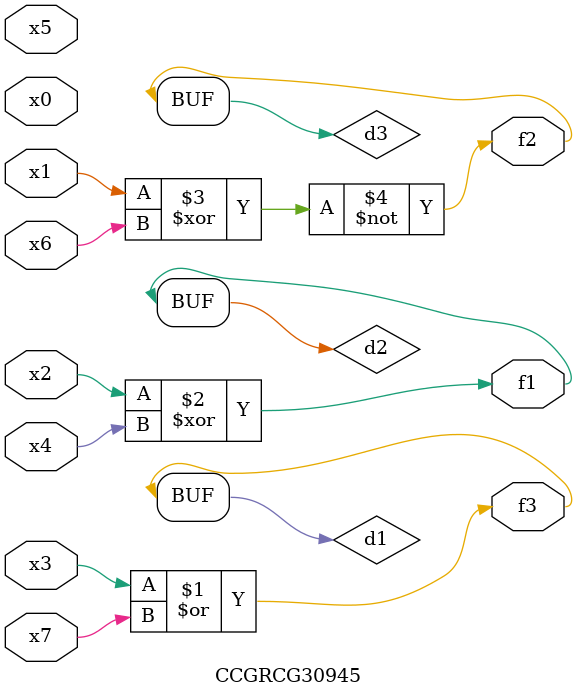
<source format=v>
module CCGRCG30945(
	input x0, x1, x2, x3, x4, x5, x6, x7,
	output f1, f2, f3
);

	wire d1, d2, d3;

	or (d1, x3, x7);
	xor (d2, x2, x4);
	xnor (d3, x1, x6);
	assign f1 = d2;
	assign f2 = d3;
	assign f3 = d1;
endmodule

</source>
